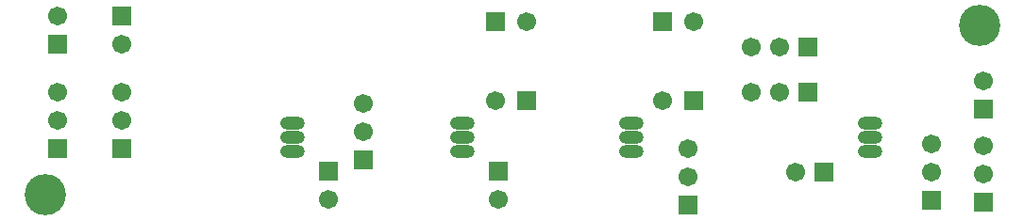
<source format=gbs>
%FSLAX23Y23*%
%MOIN*%
G70*
G01*
G75*
G04 Layer_Color=16711935*
%ADD10R,0.043X0.067*%
%ADD11R,0.039X0.059*%
%ADD12R,0.059X0.039*%
%ADD13R,0.067X0.043*%
%ADD14R,0.055X0.118*%
%ADD15R,0.118X0.055*%
%ADD16C,0.025*%
%ADD17C,0.010*%
%ADD18R,0.059X0.059*%
%ADD19C,0.059*%
%ADD20O,0.079X0.039*%
%ADD21O,0.079X0.039*%
%ADD22R,0.059X0.059*%
%ADD23C,0.138*%
%ADD24C,0.050*%
%ADD25C,0.010*%
%ADD26C,0.008*%
%ADD27C,0.008*%
%ADD28C,0.005*%
%ADD29C,0.006*%
%ADD30R,0.075X0.031*%
%ADD31R,0.051X0.075*%
%ADD32R,0.047X0.067*%
%ADD33R,0.067X0.047*%
%ADD34R,0.075X0.051*%
%ADD35R,0.063X0.126*%
%ADD36R,0.126X0.063*%
%ADD37R,0.067X0.067*%
%ADD38C,0.067*%
%ADD39O,0.087X0.047*%
%ADD40O,0.087X0.047*%
%ADD41R,0.067X0.067*%
%ADD42C,0.146*%
D37*
X2330Y740D02*
D03*
X2440Y460D02*
D03*
X1750Y210D02*
D03*
X1740Y740D02*
D03*
X1850Y460D02*
D03*
X1275Y250D02*
D03*
X1150Y210D02*
D03*
X195Y290D02*
D03*
X420D02*
D03*
Y760D02*
D03*
X195Y660D02*
D03*
X2420Y90D02*
D03*
X3280Y105D02*
D03*
X3465Y100D02*
D03*
Y430D02*
D03*
D38*
X2330Y460D02*
D03*
X2440Y740D02*
D03*
X1750Y110D02*
D03*
X1740Y460D02*
D03*
X1850Y740D02*
D03*
X1275Y350D02*
D03*
Y450D02*
D03*
X1150Y110D02*
D03*
X195Y390D02*
D03*
Y490D02*
D03*
X420Y390D02*
D03*
Y490D02*
D03*
Y660D02*
D03*
X195Y760D02*
D03*
X2800Y205D02*
D03*
X2420Y190D02*
D03*
Y290D02*
D03*
X2745Y650D02*
D03*
X2645D02*
D03*
X2745Y490D02*
D03*
X2645D02*
D03*
X3280Y205D02*
D03*
Y305D02*
D03*
X3465Y200D02*
D03*
Y300D02*
D03*
Y530D02*
D03*
D39*
X1025Y380D02*
D03*
Y280D02*
D03*
X1625Y380D02*
D03*
Y280D02*
D03*
X2220Y380D02*
D03*
Y280D02*
D03*
X3065Y380D02*
D03*
Y280D02*
D03*
D40*
X1025Y330D02*
D03*
X1625D02*
D03*
X2220D02*
D03*
X3065D02*
D03*
D41*
X2900Y205D02*
D03*
X2845Y650D02*
D03*
Y490D02*
D03*
D42*
X150Y125D02*
D03*
X3450Y725D02*
D03*
M02*

</source>
